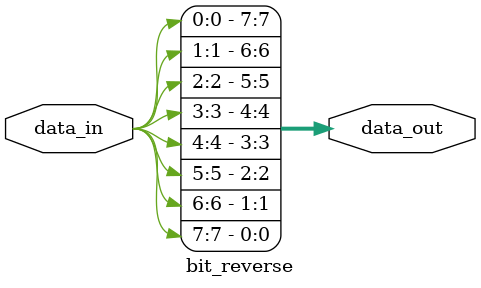
<source format=v>
module bitwise_reverse8 (
    input [7:0] din,
    output [7:0] dout
);
    wire [7:0] temp;

    // Instantiating the first bit reversing module
    bit_reverse br1 (
        .data_in(din),
        .data_out(temp)
    );

    // Instantiating the second bit reversing module
    bit_reverse br2 (
        .data_in(temp),
        .data_out(dout)
    );
endmodule

module bit_reverse (
    input [7:0] data_in,
    output reg [7:0] data_out
);
    always @(*) begin
        data_out[0] = data_in[7];
        data_out[1] = data_in[6];
        data_out[2] = data_in[5];
        data_out[3] = data_in[4];
        data_out[4] = data_in[3];
        data_out[5] = data_in[2];
        data_out[6] = data_in[1];
        data_out[7] = data_in[0];
    end
endmodule

</source>
